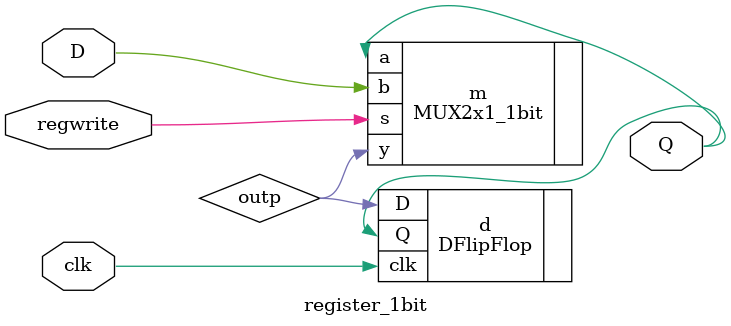
<source format=v>
module register_1bit ( D, clk, Q, regwrite );

input D;
input clk;
input regwrite;
wire outp;
output Q;

MUX2x1_1bit m (.a(Q), .b(D), .s(regwrite), .y(outp));
DFlipFlop d (.D(outp), .Q(Q), .clk(clk));

endmodule

</source>
